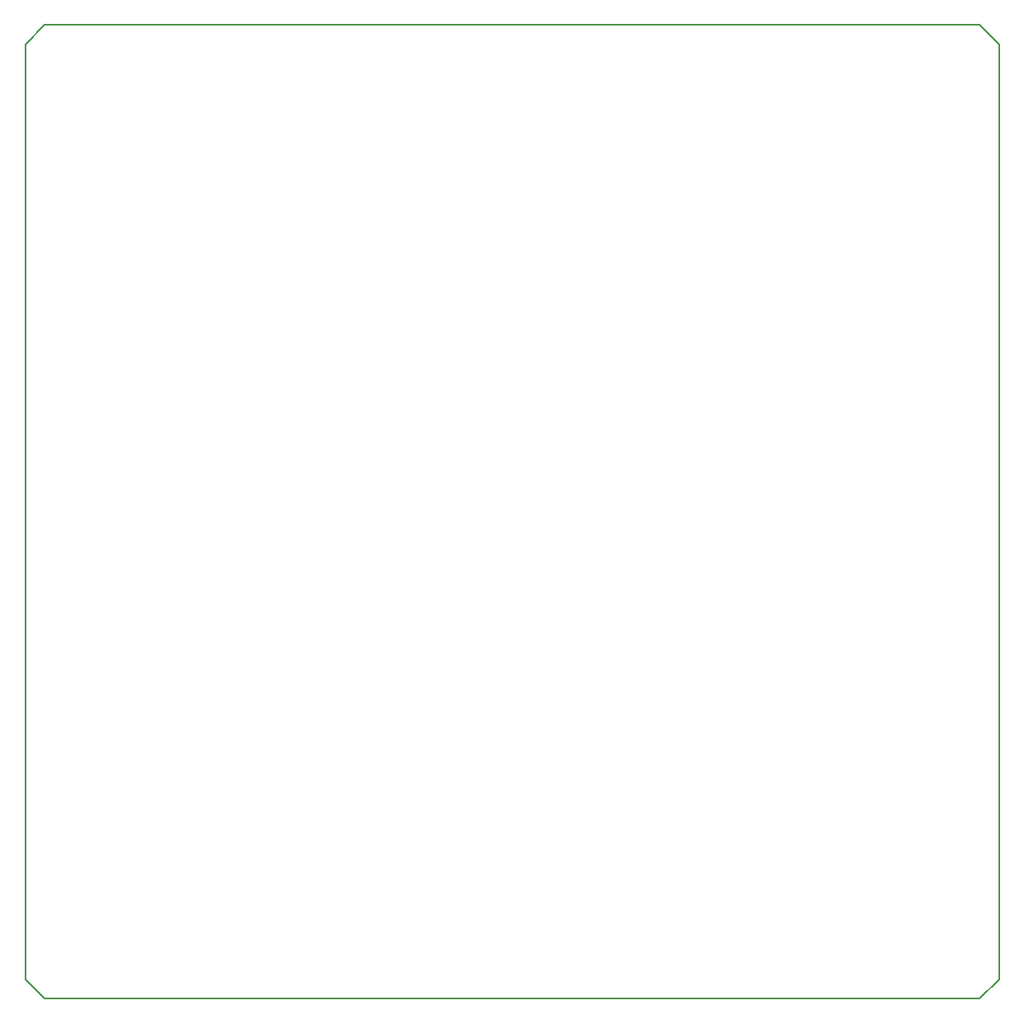
<source format=gbr>
%TF.GenerationSoftware,KiCad,Pcbnew,(5.1.12)-1*%
%TF.CreationDate,2022-11-09T13:17:00+09:00*%
%TF.ProjectId,2212_PHOTO_DIODE_PRE_AMP,32323132-5f50-4484-9f54-4f5f44494f44,0*%
%TF.SameCoordinates,Original*%
%TF.FileFunction,Profile,NP*%
%FSLAX46Y46*%
G04 Gerber Fmt 4.6, Leading zero omitted, Abs format (unit mm)*
G04 Created by KiCad (PCBNEW (5.1.12)-1) date 2022-11-09 13:17:00*
%MOMM*%
%LPD*%
G01*
G04 APERTURE LIST*
%TA.AperFunction,Profile*%
%ADD10C,0.200000*%
%TD*%
G04 APERTURE END LIST*
D10*
X148000000Y-150000000D02*
X52000000Y-150000000D01*
X150000000Y-52000000D02*
X150000000Y-148000000D01*
X52000000Y-50000000D02*
X148000000Y-50000000D01*
X50000000Y-148000000D02*
X50000000Y-52000000D01*
X148000000Y-50000000D02*
X150000000Y-52000000D01*
X148000000Y-150000000D02*
X150000000Y-148000000D01*
X50000000Y-148000000D02*
X52000000Y-150000000D01*
X50000000Y-52000000D02*
X52000000Y-50000000D01*
M02*

</source>
